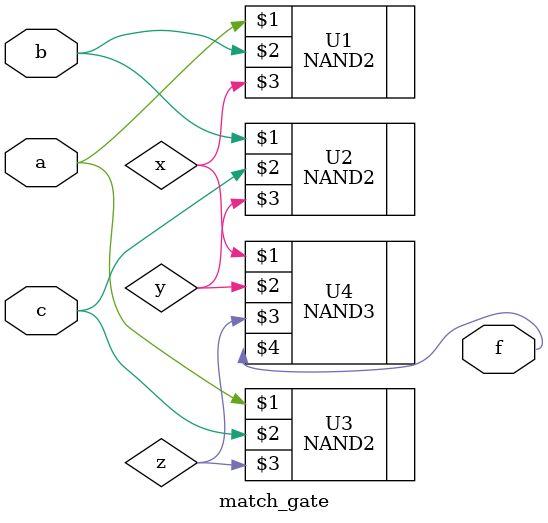
<source format=v>
module match_gate(a, b, c, f);

	input a, b, c;
	output f;
	
	wire x, y, z;
	
	NAND2 U1 (a, b, x);
	
	NAND2 U2 (b, c, y);
	
	NAND2 U3 (a ,c , z);
	
	NAND3 U4 (x, y, z, f);
	
endmodule
</source>
